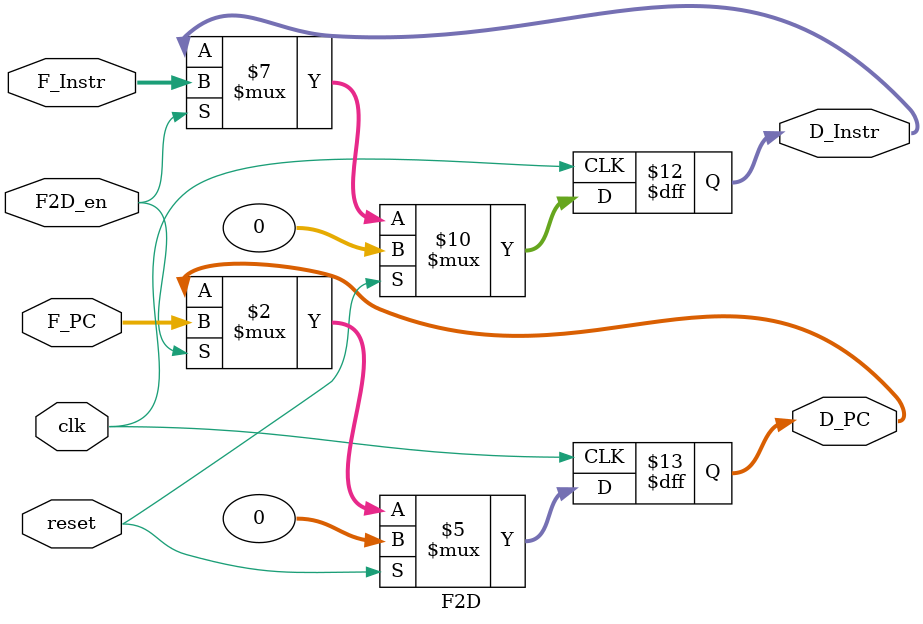
<source format=v>
`timescale 1ns / 1ps
`include "const.v"
`default_nettype wire

module F2D(
	input [31:0] F_Instr,
	input [31:0] F_PC,
	input F2D_en,
	input clk,
	input reset,
	output reg [31:0] D_Instr,
	output reg [31:0] D_PC
	);

	always @(posedge clk) begin
		if(reset) begin
			D_Instr <= 0;
			D_PC <= 0;
		end
		else if(F2D_en) begin
			D_Instr <= F_Instr;
			D_PC <= F_PC;
		end
	end

endmodule

</source>
